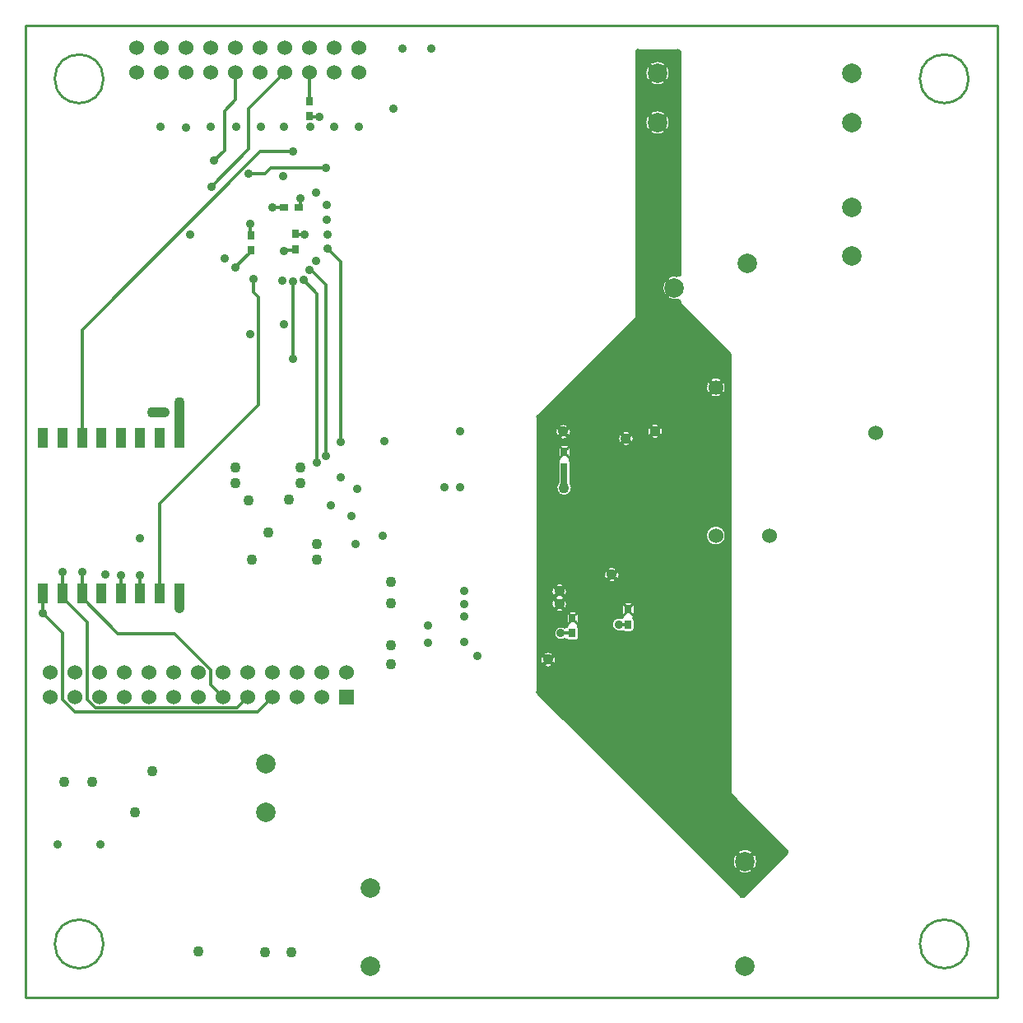
<source format=gbl>
*
*
G04 PADS 9.5 Build Number: 522968 generated Gerber (RS-274-X) file*
G04 PC Version=2.1*
*
%IN "opqbox2.pcb"*%
*
%MOIN*%
*
%FSLAX35Y35*%
*
*
*
*
G04 PC Standard Apertures*
*
*
G04 Thermal Relief Aperture macro.*
%AMTER*
1,1,$1,0,0*
1,0,$1-$2,0,0*
21,0,$3,$4,0,0,45*
21,0,$3,$4,0,0,135*
%
*
*
G04 Annular Aperture macro.*
%AMANN*
1,1,$1,0,0*
1,0,$2,0,0*
%
*
*
G04 Odd Aperture macro.*
%AMODD*
1,1,$1,0,0*
1,0,$1-0.005,0,0*
%
*
*
G04 PC Custom Aperture Macros*
*
*
*
*
*
*
G04 PC Aperture Table*
*
%ADD010C,0.001*%
%ADD013C,0.01*%
%ADD028C,0.06*%
%ADD033C,0.03937*%
%ADD047C,0.012*%
%ADD050C,0.04331*%
%ADD073R,0.038X0.03*%
%ADD083R,0.06X0.06*%
%ADD103C,0.015*%
%ADD105C,0.07874*%
%ADD106R,0.03937X0.07874*%
%ADD135R,0.03X0.038*%
%ADD151C,0.03543*%
%ADD176C,0.02756*%
*
*
*
*
G04 PC Circuitry*
G04 Layer Name opqbox2.pcb - circuitry*
%LPD*%
*
*
G04 PC Custom Flashes*
G04 Layer Name opqbox2.pcb - flashes*
%LPD*%
*
*
G04 PC Circuitry*
G04 Layer Name opqbox2.pcb - circuitry*
%LPD*%
*
G54D10*
G54D13*
G01X396376Y155118D02*
G75*
G03X396376I-5037J0D01*
G01X383628Y287047D02*
G03X383628I-4100J0D01*
G01Y347047D02*
G03X383628I-4100J0D01*
G01X360943Y454331D02*
G03X360943I-5037J0D01*
G01Y474331D02*
G03X360943I-5037J0D01*
G01X340667Y271260D02*
G03X340667I-3265J0D01*
G01X346376Y326378D02*
G03X346376I-3266J0D01*
G01X314880Y236811D02*
G03X314880I-3266J0D01*
G01X320982Y329134D02*
G03X320982I-3265J0D01*
G01X358187Y329331D02*
G03X358187I-3266J0D01*
G01X408388Y158702D02*
G03Y159409I-353J353D01*
G01X385327Y182470*
Y360117*
G03X385180Y360471I-500J0*
G01X364854Y380797*
Y382089*
G03X364214Y382568I-500J-0*
G01Y392235D02*
G03Y382568I-1419J-4833D01*
G01Y392235D02*
G03X364854Y392715I140J480D01*
G01Y483252*
G03X364354Y483752I-500J-0*
G01X347850*
G03X347350Y483252I0J-500*
G01Y375383*
X307339Y335372*
G03X307193Y335019I354J-353*
G01Y223643*
G03X307339Y223289I500J-0*
G01X389804Y140824*
G03X390511I353J354*
G01X408388Y158702*
X396376Y155118D02*
G03X396376I-5037J0D01*
G01X383628Y287047D02*
G03X383628I-4100J0D01*
G01Y347047D02*
G03X383628I-4100J0D01*
G01X360943Y454331D02*
G03X360943I-5037J0D01*
G01Y474331D02*
G03X360943I-5037J0D01*
G01X346498Y259134D02*
Y255334D01*
X346125Y254509D02*
G03X346498Y255334I-727J825D01*
G01X346125Y254509D02*
G03Y253759I331J-375D01*
G01X346498Y252934D02*
G03X346125Y253759I-1100J-0D01*
G01X346498Y252934D02*
Y249134D01*
X345398Y248034D02*
G03X346498Y249134I-0J1100D01*
G01X345398Y248034D02*
X342398D01*
X341717Y248270D02*
G03X342398Y248034I681J864D01*
G01X341717Y248270D02*
G03X341228Y248344I-309J-393D01*
G01X341085Y253755D02*
G03X341228Y248344I-888J-2731D01*
G01X341085Y253755D02*
G03X341601Y254575I154J475D01*
G01X341298Y255334D02*
G03X341601Y254575I1100J-0D01*
G01X341298Y255334D02*
Y259134D01*
X342398Y260234D02*
G03X341298Y259134I-0J-1100D01*
G01X342398Y260234D02*
X345398D01*
X346498Y259134D02*
G03X345398Y260234I-1100J-0D01*
G01X340667Y271260D02*
G03X340667I-3265J0D01*
G01X346376Y326378D02*
G03X346376I-3266J0D01*
G01X314880Y236811D02*
G03X314880I-3266J0D01*
G01X324057Y255591D02*
Y251791D01*
X323684Y250966D02*
G03X324057Y251791I-727J825D01*
G01X323684Y250966D02*
G03Y250216I331J-375D01*
G01X324057Y249391D02*
G03X323684Y250216I-1100J-0D01*
G01X324057Y249391D02*
Y245591D01*
X322957Y244491D02*
G03X324057Y245591I-0J1100D01*
G01X322957Y244491D02*
X319957D01*
X319054Y244962D02*
G03X319957Y244491I903J629D01*
G01X319054Y244962D02*
G03X318366Y245092I-410J-286D01*
G01X318358Y249874D02*
G03X318366Y245092I-1586J-2394D01*
G01X318358Y249874D02*
G03X319047Y250010I276J417D01*
G01X319229Y250216D02*
G03X319047Y250010I728J-825D01*
G01X319229Y250216D02*
G03Y250966I-331J375D01*
G01X318857Y251791D02*
G03X319229Y250966I1100J-0D01*
G01X318857Y251791D02*
Y255591D01*
X319024Y256174D02*
G03X318857Y255591I933J-583D01*
G01X319024Y256174D02*
G03X319100Y256421I-423J266D01*
X319345Y256505I-33J499*
G01X319957Y256691D02*
G03X319345Y256505I-0J-1100D01*
G01X319957Y256691D02*
X322957D01*
X324057Y255591D02*
G03X322957Y256691I-1100J-0D01*
G01X318472Y262279D02*
G03X313812I-2330J2288D01*
G01X318472D02*
G03Y261579I357J-350D01*
G01X318678Y257235D02*
G03X318472Y261579I-2536J2056D01*
G01X318678Y257235D02*
G03X318567Y256938I389J-315D01*
X318274Y256818I34J-498*
G01X313812Y261579D02*
G03X318274Y256818I2330J-2288D01*
G01X313812Y261579D02*
G03Y262279I-357J350D01*
G01X315528Y308298D02*
G03X320693I2582J-1999D01*
G01X315528D02*
G03X315632Y308603I-396J305D01*
G01Y312222*
G03X315594Y312413I-500J-0*
G01X315510Y312835D02*
G03X315594Y312413I1100J-0D01*
G01X315510Y312835D02*
Y316635D01*
X315883Y317460D02*
G03X315510Y316635I727J-825D01*
G01X315883Y317460D02*
G03Y318210I-331J375D01*
G01X315510Y319035D02*
G03X315883Y318210I1100J-0D01*
G01X315510Y319035D02*
Y322835D01*
X316610Y323935D02*
G03X315510Y322835I0J-1100D01*
G01X316610Y323935D02*
X319610D01*
X320710Y322835D02*
G03X319610Y323935I-1100J-0D01*
G01X320710Y322835D02*
Y319035D01*
X320338Y318210D02*
G03X320710Y319035I-728J825D01*
G01X320338Y318210D02*
G03Y317460I331J-375D01*
G01X320710Y316635D02*
G03X320338Y317460I-1100J-0D01*
G01X320710Y316635D02*
Y312835D01*
X320626Y312413D02*
G03X320710Y312835I-1016J422D01*
G01X320626Y312413D02*
G03X320588Y312222I462J-191D01*
G01Y308603*
G03X320693Y308298I500J0*
G01X320982Y329134D02*
G03X320982I-3265J0D01*
G01X358187Y329331D02*
G03X358187I-3266J0D01*
G01X394903Y158677D02*
X408363D01*
X393682Y159577D02*
X408220D01*
X395617Y157777D02*
X407463D01*
X370152Y160477D02*
X407320D01*
X396059Y156877D02*
X406563D01*
X369252Y161377D02*
X406420D01*
X396302Y155977D02*
X405663D01*
X368352Y162277D02*
X405520D01*
X396375Y155077D02*
X404763D01*
X367452Y163177D02*
X404620D01*
X396287Y154177D02*
X403863D01*
X366552Y164077D02*
X403720D01*
X396027Y153277D02*
X402963D01*
X365652Y164977D02*
X402820D01*
X395564Y152377D02*
X402063D01*
X364752Y165877D02*
X401920D01*
X394819Y151477D02*
X401163D01*
X363852Y166777D02*
X401020D01*
X393517Y150577D02*
X400263D01*
X362952Y167677D02*
X400120D01*
X380952Y149677D02*
X399363D01*
X362052Y168577D02*
X399220D01*
X381852Y148777D02*
X398463D01*
X361152Y169477D02*
X398320D01*
X382752Y147877D02*
X397563D01*
X360252Y170377D02*
X397420D01*
X383652Y146977D02*
X396663D01*
X359352Y171277D02*
X396520D01*
X384552Y146077D02*
X395763D01*
X358452Y172177D02*
X395620D01*
X385452Y145177D02*
X394863D01*
X357552Y173077D02*
X394720D01*
X386352Y144277D02*
X393963D01*
X356652Y173977D02*
X393820D01*
X387252Y143377D02*
X393063D01*
X355752Y174877D02*
X392920D01*
X388152Y142477D02*
X392163D01*
X354852Y175777D02*
X392020D01*
X389052Y141577D02*
X391263D01*
X353952Y176677D02*
X391120D01*
X353052Y177577D02*
X390220D01*
X352152Y178477D02*
X389320D01*
X380052Y150577D02*
X389160D01*
X371052Y159577D02*
X388995D01*
X351252Y179377D02*
X388420D01*
X379152Y151477D02*
X387858D01*
X371952Y158677D02*
X387774D01*
X350352Y180277D02*
X387520D01*
X378252Y152377D02*
X387113D01*
X372852Y157777D02*
X387060D01*
X377352Y153277D02*
X386650D01*
X349452Y181177D02*
X386620D01*
X373752Y156877D02*
X386619D01*
X376452Y154177D02*
X386390D01*
X374652Y155977D02*
X386375D01*
X375552Y155077D02*
X386302D01*
X348552Y182077D02*
X385720D01*
X331344Y359377D02*
X385327D01*
X330444Y358477D02*
X385327D01*
X329544Y357577D02*
X385327D01*
X328644Y356677D02*
X385327D01*
X327744Y355777D02*
X385327D01*
X326844Y354877D02*
X385327D01*
X325944Y353977D02*
X385327D01*
X325044Y353077D02*
X385327D01*
X324144Y352177D02*
X385327D01*
X323244Y351277D02*
X385327D01*
X381920Y350377D02*
X385327D01*
X382830Y349477D02*
X385327D01*
X383332Y348577D02*
X385327D01*
X383579Y347677D02*
X385327D01*
X383619Y346777D02*
X385327D01*
X383457Y345877D02*
X385327D01*
X383066Y344977D02*
X385327D01*
X382353Y344077D02*
X385327D01*
X380880Y343177D02*
X385327D01*
X314244Y342277D02*
X385327D01*
X313344Y341377D02*
X385327D01*
X312444Y340477D02*
X385327D01*
X311544Y339577D02*
X385327D01*
X310644Y338677D02*
X385327D01*
X309744Y337777D02*
X385327D01*
X308844Y336877D02*
X385327D01*
X307944Y335977D02*
X385327D01*
X307196Y335077D02*
X385327D01*
X307193Y334177D02*
X385327D01*
X307193Y333277D02*
X385327D01*
X356098Y332377D02*
X385327D01*
X357382Y331477D02*
X385327D01*
X357940Y330577D02*
X385327D01*
X358168Y329677D02*
X385327D01*
X358139Y328777D02*
X385327D01*
X357845Y327877D02*
X385327D01*
X357184Y326977D02*
X385327D01*
X355193Y326077D02*
X385327D01*
X346147Y325177D02*
X385327D01*
X345610Y324277D02*
X385327D01*
X344397Y323377D02*
X385327D01*
X320710Y322477D02*
X385327D01*
X320710Y321577D02*
X385327D01*
X320710Y320677D02*
X385327D01*
X320710Y319777D02*
X385327D01*
X320699Y318877D02*
X385327D01*
X320189Y317977D02*
X385327D01*
X320618Y317077D02*
X385327D01*
X320710Y316177D02*
X385327D01*
X320710Y315277D02*
X385327D01*
X320710Y314377D02*
X385327D01*
X320710Y313477D02*
X385327D01*
X320680Y312577D02*
X385327D01*
X320588Y311677D02*
X385327D01*
X320588Y310777D02*
X385327D01*
X320588Y309877D02*
X385327D01*
X320588Y308977D02*
X385327D01*
X320849Y308077D02*
X385327D01*
X321256Y307177D02*
X385327D01*
X321376Y306277D02*
X385327D01*
X321243Y305377D02*
X385327D01*
X320820Y304477D02*
X385327D01*
X319913Y303577D02*
X385327D01*
X307193Y302677D02*
X385327D01*
X307193Y301777D02*
X385327D01*
X307193Y300877D02*
X385327D01*
X307193Y299977D02*
X385327D01*
X307193Y299077D02*
X385327D01*
X307193Y298177D02*
X385327D01*
X307193Y297277D02*
X385327D01*
X307193Y296377D02*
X385327D01*
X307193Y295477D02*
X385327D01*
X307193Y294577D02*
X385327D01*
X307193Y293677D02*
X385327D01*
X307193Y292777D02*
X385327D01*
X307193Y291877D02*
X385327D01*
X380698Y290977D02*
X385327D01*
X382290Y290077D02*
X385327D01*
X383031Y289177D02*
X385327D01*
X383439Y288277D02*
X385327D01*
X383614Y287377D02*
X385327D01*
X383588Y286477D02*
X385327D01*
X383355Y285577D02*
X385327D01*
X382873Y284677D02*
X385327D01*
X382000Y283777D02*
X385327D01*
X307193Y282877D02*
X385327D01*
X307193Y281977D02*
X385327D01*
X307193Y281077D02*
X385327D01*
X307193Y280177D02*
X385327D01*
X307193Y279277D02*
X385327D01*
X307193Y278377D02*
X385327D01*
X307193Y277477D02*
X385327D01*
X307193Y276577D02*
X385327D01*
X307193Y275677D02*
X385327D01*
X307193Y274777D02*
X385327D01*
X339355Y273877D02*
X385327D01*
X340179Y272977D02*
X385327D01*
X340563Y272077D02*
X385327D01*
X340666Y271177D02*
X385327D01*
X340515Y270277D02*
X385327D01*
X340069Y269377D02*
X385327D01*
X339109Y268477D02*
X385327D01*
X317408Y267577D02*
X385327D01*
X318634Y266677D02*
X385327D01*
X319175Y265777D02*
X385327D01*
X319392Y264877D02*
X385327D01*
X319353Y263977D02*
X385327D01*
X319047Y263077D02*
X385327D01*
X318394Y262177D02*
X385327D01*
X318734Y261277D02*
X385327D01*
X319221Y260377D02*
X385327D01*
X346443Y259477D02*
X385327D01*
X346498Y258577D02*
X385327D01*
X346498Y257677D02*
X385327D01*
X346498Y256777D02*
X385327D01*
X346498Y255877D02*
X385327D01*
X346438Y254977D02*
X385327D01*
X345959Y254077D02*
X385327D01*
X346471Y253177D02*
X385327D01*
X346498Y252277D02*
X385327D01*
X346498Y251377D02*
X385327D01*
X346498Y250477D02*
X385327D01*
X346498Y249577D02*
X385327D01*
X346398Y248677D02*
X385327D01*
X324057Y247777D02*
X385327D01*
X324057Y246877D02*
X385327D01*
X324057Y245977D02*
X385327D01*
X323929Y245077D02*
X385327D01*
X307193Y244177D02*
X385327D01*
X307193Y243277D02*
X385327D01*
X307193Y242377D02*
X385327D01*
X307193Y241477D02*
X385327D01*
X307193Y240577D02*
X385327D01*
X313180Y239677D02*
X385327D01*
X314222Y238777D02*
X385327D01*
X314701Y237877D02*
X385327D01*
X314875Y236977D02*
X385327D01*
X314796Y236077D02*
X385327D01*
X314441Y235177D02*
X385327D01*
X313673Y234277D02*
X385327D01*
X307193Y233377D02*
X385327D01*
X307193Y232477D02*
X385327D01*
X307193Y231577D02*
X385327D01*
X307193Y230677D02*
X385327D01*
X307193Y229777D02*
X385327D01*
X307193Y228877D02*
X385327D01*
X307193Y227977D02*
X385327D01*
X307193Y227077D02*
X385327D01*
X307193Y226177D02*
X385327D01*
X307193Y225277D02*
X385327D01*
X307193Y224377D02*
X385327D01*
X307221Y223477D02*
X385327D01*
X308052Y222577D02*
X385327D01*
X308952Y221677D02*
X385327D01*
X309852Y220777D02*
X385327D01*
X310752Y219877D02*
X385327D01*
X311652Y218977D02*
X385327D01*
X312552Y218077D02*
X385327D01*
X313452Y217177D02*
X385327D01*
X314352Y216277D02*
X385327D01*
X315252Y215377D02*
X385327D01*
X316152Y214477D02*
X385327D01*
X317052Y213577D02*
X385327D01*
X317952Y212677D02*
X385327D01*
X318852Y211777D02*
X385327D01*
X319752Y210877D02*
X385327D01*
X320652Y209977D02*
X385327D01*
X321552Y209077D02*
X385327D01*
X322452Y208177D02*
X385327D01*
X323352Y207277D02*
X385327D01*
X324252Y206377D02*
X385327D01*
X325152Y205477D02*
X385327D01*
X326052Y204577D02*
X385327D01*
X326952Y203677D02*
X385327D01*
X327852Y202777D02*
X385327D01*
X328752Y201877D02*
X385327D01*
X329652Y200977D02*
X385327D01*
X330552Y200077D02*
X385327D01*
X331452Y199177D02*
X385327D01*
X332352Y198277D02*
X385327D01*
X333252Y197377D02*
X385327D01*
X334152Y196477D02*
X385327D01*
X335052Y195577D02*
X385327D01*
X335952Y194677D02*
X385327D01*
X336852Y193777D02*
X385327D01*
X337752Y192877D02*
X385327D01*
X338652Y191977D02*
X385327D01*
X339552Y191077D02*
X385327D01*
X340452Y190177D02*
X385327D01*
X341352Y189277D02*
X385327D01*
X342252Y188377D02*
X385327D01*
X343152Y187477D02*
X385327D01*
X344052Y186577D02*
X385327D01*
X344952Y185677D02*
X385327D01*
X345852Y184777D02*
X385327D01*
X346752Y183877D02*
X385327D01*
X347652Y182977D02*
X385327D01*
X332244Y360277D02*
X385301D01*
X333144Y361177D02*
X384474D01*
X334044Y362077D02*
X383574D01*
X334944Y362977D02*
X382674D01*
X335844Y363877D02*
X381774D01*
X336744Y364777D02*
X380874D01*
X337644Y365677D02*
X379974D01*
X338544Y366577D02*
X379074D01*
X307193Y290977D02*
X378357D01*
X315144Y343177D02*
X378175D01*
X339444Y367477D02*
X378174D01*
X340344Y368377D02*
X377274D01*
X322344Y350377D02*
X377135D01*
X307193Y283777D02*
X377055D01*
X307193Y290077D02*
X376765D01*
X316044Y344077D02*
X376702D01*
X341244Y369277D02*
X376374D01*
X321444Y349477D02*
X376225D01*
X307193Y284677D02*
X376182D01*
X307193Y289177D02*
X376024D01*
X316944Y344977D02*
X375989D01*
X320544Y348577D02*
X375723D01*
X307193Y285577D02*
X375700D01*
X307193Y288277D02*
X375616D01*
X317844Y345877D02*
X375598D01*
X319644Y347677D02*
X375476D01*
X342144Y370177D02*
X375474D01*
X307193Y286477D02*
X375467D01*
X307193Y287377D02*
X375441D01*
X318744Y346777D02*
X375436D01*
X343044Y371077D02*
X374574D01*
X343944Y371977D02*
X373674D01*
X344844Y372877D02*
X372774D01*
X345744Y373777D02*
X371874D01*
X346644Y374677D02*
X370974D01*
X347350Y375577D02*
X370074D01*
X347350Y376477D02*
X369174D01*
X347350Y377377D02*
X368274D01*
X347350Y378277D02*
X367374D01*
X347350Y379177D02*
X366474D01*
X347350Y380077D02*
X365574D01*
X347350Y482677D02*
X364854D01*
X347350Y481777D02*
X364854D01*
X347350Y480877D02*
X364854D01*
X347350Y479977D02*
X364854D01*
X357593Y479077D02*
X364854D01*
X359158Y478177D02*
X364854D01*
X359991Y477277D02*
X364854D01*
X360508Y476377D02*
X364854D01*
X360810Y475477D02*
X364854D01*
X360937Y474577D02*
X364854D01*
X360900Y473677D02*
X364854D01*
X360697Y472777D02*
X364854D01*
X360304Y471877D02*
X364854D01*
X359663Y470977D02*
X364854D01*
X358603Y470077D02*
X364854D01*
X347350Y469177D02*
X364854D01*
X347350Y468277D02*
X364854D01*
X347350Y467377D02*
X364854D01*
X347350Y466477D02*
X364854D01*
X347350Y465577D02*
X364854D01*
X347350Y464677D02*
X364854D01*
X347350Y463777D02*
X364854D01*
X347350Y462877D02*
X364854D01*
X347350Y461977D02*
X364854D01*
X347350Y461077D02*
X364854D01*
X347350Y460177D02*
X364854D01*
X356859Y459277D02*
X364854D01*
X358906Y458377D02*
X364854D01*
X359839Y457477D02*
X364854D01*
X360414Y456577D02*
X364854D01*
X360759Y455677D02*
X364854D01*
X360923Y454777D02*
X364854D01*
X360922Y453877D02*
X364854D01*
X360757Y452977D02*
X364854D01*
X360410Y452077D02*
X364854D01*
X359833Y451177D02*
X364854D01*
X358895Y450277D02*
X364854D01*
X356816Y449377D02*
X364854D01*
X347350Y448477D02*
X364854D01*
X347350Y447577D02*
X364854D01*
X347350Y446677D02*
X364854D01*
X347350Y445777D02*
X364854D01*
X347350Y444877D02*
X364854D01*
X347350Y443977D02*
X364854D01*
X347350Y443077D02*
X364854D01*
X347350Y442177D02*
X364854D01*
X347350Y441277D02*
X364854D01*
X347350Y440377D02*
X364854D01*
X347350Y439477D02*
X364854D01*
X347350Y438577D02*
X364854D01*
X347350Y437677D02*
X364854D01*
X347350Y436777D02*
X364854D01*
X347350Y435877D02*
X364854D01*
X347350Y434977D02*
X364854D01*
X347350Y434077D02*
X364854D01*
X347350Y433177D02*
X364854D01*
X347350Y432277D02*
X364854D01*
X347350Y431377D02*
X364854D01*
X347350Y430477D02*
X364854D01*
X347350Y429577D02*
X364854D01*
X347350Y428677D02*
X364854D01*
X347350Y427777D02*
X364854D01*
X347350Y426877D02*
X364854D01*
X347350Y425977D02*
X364854D01*
X347350Y425077D02*
X364854D01*
X347350Y424177D02*
X364854D01*
X347350Y423277D02*
X364854D01*
X347350Y422377D02*
X364854D01*
X347350Y421477D02*
X364854D01*
X347350Y420577D02*
X364854D01*
X347350Y419677D02*
X364854D01*
X347350Y418777D02*
X364854D01*
X347350Y417877D02*
X364854D01*
X347350Y416977D02*
X364854D01*
X347350Y416077D02*
X364854D01*
X347350Y415177D02*
X364854D01*
X347350Y414277D02*
X364854D01*
X347350Y413377D02*
X364854D01*
X347350Y412477D02*
X364854D01*
X347350Y411577D02*
X364854D01*
X347350Y410677D02*
X364854D01*
X347350Y409777D02*
X364854D01*
X347350Y408877D02*
X364854D01*
X347350Y407977D02*
X364854D01*
X347350Y407077D02*
X364854D01*
X347350Y406177D02*
X364854D01*
X347350Y405277D02*
X364854D01*
X347350Y404377D02*
X364854D01*
X347350Y403477D02*
X364854D01*
X347350Y402577D02*
X364854D01*
X347350Y401677D02*
X364854D01*
X347350Y400777D02*
X364854D01*
X347350Y399877D02*
X364854D01*
X347350Y398977D02*
X364854D01*
X347350Y398077D02*
X364854D01*
X347350Y397177D02*
X364854D01*
X347350Y396277D02*
X364854D01*
X347350Y395377D02*
X364854D01*
X347350Y394477D02*
X364854D01*
X347350Y393577D02*
X364854D01*
X347350Y381877D02*
X364854D01*
X347350Y380977D02*
X364854D01*
X347350Y392677D02*
X364853D01*
X347470Y483577D02*
X364735D01*
X347350Y382777D02*
X360800D01*
X347350Y391777D02*
X360299D01*
X347350Y383677D02*
X359405D01*
X347350Y390877D02*
X359149D01*
X347350Y384577D02*
X358625D01*
X347350Y389977D02*
X358466D01*
X347350Y385477D02*
X358141D01*
X347350Y389077D02*
X358045D01*
X347350Y386377D02*
X357864D01*
X347350Y388177D02*
X357818D01*
X347350Y387277D02*
X357760D01*
X347350Y449377D02*
X354995D01*
X347350Y459277D02*
X354952D01*
X346362Y326077D02*
X354649D01*
X347350Y479077D02*
X354218D01*
X318100Y332377D02*
X353745D01*
X347350Y470077D02*
X353208D01*
X347350Y450277D02*
X352916D01*
X347350Y458377D02*
X352905D01*
X346320Y326977D02*
X352658D01*
X347350Y478177D02*
X352653D01*
X319991Y331477D02*
X352460D01*
X347350Y470977D02*
X352148D01*
X346011Y327877D02*
X351997D01*
X347350Y451177D02*
X351978D01*
X347350Y457477D02*
X351972D01*
X320646Y330577D02*
X351903D01*
X347350Y477277D02*
X351820D01*
X345326Y328777D02*
X351703D01*
X320936Y329677D02*
X351674D01*
X347350Y471877D02*
X351507D01*
X347350Y452077D02*
X351401D01*
X347350Y456577D02*
X351397D01*
X347350Y476377D02*
X351303D01*
X347350Y472777D02*
X351114D01*
X347350Y452977D02*
X351054D01*
X347350Y455677D02*
X351052D01*
X347350Y475477D02*
X351001D01*
X347350Y473677D02*
X350911D01*
X347350Y453877D02*
X350889D01*
X347350Y454777D02*
X350888D01*
X347350Y474577D02*
X350874D01*
X320567Y323377D02*
X341824D01*
X324057Y254077D02*
X341715D01*
X324057Y254977D02*
X341357D01*
X319402Y259477D02*
X341352D01*
X319328Y258577D02*
X341298D01*
X318980Y257677D02*
X341298D01*
X318225Y256777D02*
X341298D01*
X324019Y255877D02*
X341298D01*
X320962Y328777D02*
X340895D01*
X307193Y324277D02*
X340611D01*
X320730Y327877D02*
X340209D01*
X307193Y325177D02*
X340074D01*
X320168Y326977D02*
X339900D01*
X318864Y326077D02*
X339859D01*
X324057Y248677D02*
X338542D01*
X324057Y253177D02*
X338297D01*
X324041Y249577D02*
X337716D01*
X324057Y252277D02*
X337613D01*
X323528Y250477D02*
X337378D01*
X323976Y251377D02*
X337347D01*
X307193Y268477D02*
X335694D01*
X307193Y273877D02*
X335448D01*
X307193Y269377D02*
X334734D01*
X307193Y272977D02*
X334624D01*
X307193Y270277D02*
X334288D01*
X307193Y272077D02*
X334240D01*
X307193Y271177D02*
X334137D01*
X307193Y250477D02*
X319385D01*
X318343Y245077D02*
X318943D01*
X307193Y251377D02*
X318937D01*
X307193Y255877D02*
X318895D01*
X307193Y254977D02*
X318857D01*
X307193Y254077D02*
X318857D01*
X307193Y253177D02*
X318857D01*
X307193Y252277D02*
X318857D01*
X307193Y332377D02*
X317333D01*
X307193Y326077D02*
X316569D01*
X307193Y303577D02*
X316307D01*
X307193Y317977D02*
X316031D01*
X307193Y323377D02*
X315653D01*
X307193Y311677D02*
X315632D01*
X307193Y310777D02*
X315632D01*
X307193Y309877D02*
X315632D01*
X307193Y308977D02*
X315632D01*
X307193Y317077D02*
X315603D01*
X307193Y312577D02*
X315541D01*
X307193Y318877D02*
X315522D01*
X307193Y322477D02*
X315510D01*
X307193Y321577D02*
X315510D01*
X307193Y320677D02*
X315510D01*
X307193Y319777D02*
X315510D01*
X307193Y316177D02*
X315510D01*
X307193Y315277D02*
X315510D01*
X307193Y314377D02*
X315510D01*
X307193Y313477D02*
X315510D01*
X307193Y331477D02*
X315442D01*
X307193Y304477D02*
X315401D01*
X307193Y308077D02*
X315371D01*
X307193Y326977D02*
X315265D01*
X307193Y245077D02*
X315200D01*
X307193Y305377D02*
X314978D01*
X307193Y307177D02*
X314965D01*
X307193Y267577D02*
X314875D01*
X307193Y306277D02*
X314845D01*
X307193Y249577D02*
X314809D01*
X307193Y330577D02*
X314787D01*
X307193Y327877D02*
X314703D01*
X307193Y329677D02*
X314497D01*
X307193Y328777D02*
X314471D01*
X307193Y245977D02*
X314325D01*
X307193Y248677D02*
X314161D01*
X307193Y256777D02*
X314059D01*
X307193Y246877D02*
X313964D01*
X307193Y247777D02*
X313915D01*
X307193Y262177D02*
X313889D01*
X307193Y266677D02*
X313649D01*
X307193Y261277D02*
X313549D01*
X307193Y257677D02*
X313304D01*
X307193Y263077D02*
X313236D01*
X307193Y265777D02*
X313109D01*
X307193Y260377D02*
X313062D01*
X307193Y258577D02*
X312956D01*
X307193Y263977D02*
X312930D01*
X307193Y264877D02*
X312891D01*
X307193Y259477D02*
X312882D01*
X307193Y239677D02*
X310049D01*
X307193Y234277D02*
X309555D01*
X307193Y238777D02*
X309007D01*
X307193Y235177D02*
X308787D01*
X307193Y237877D02*
X308528D01*
X307193Y236077D02*
X308432D01*
X307193Y236977D02*
X308353D01*
X346175Y259912D02*
X344958Y258695D01*
X341620Y259912D02*
X342837Y258695D01*
X341620Y254556D02*
X342837Y255773D01*
X346175Y254556D02*
X344958Y255773D01*
X319179Y251013D02*
X320396Y252230D01*
X323735Y251013D02*
X322517Y252230D01*
X323735Y256368D02*
X322517Y255151D01*
X319179Y256368D02*
X320396Y255151D01*
X315832Y318257D02*
X317050Y319474D01*
X320388Y318257D02*
X319171Y319474D01*
X320388Y323612D02*
X319171Y322395D01*
X315832Y323612D02*
X317050Y322395D01*
X100000Y100000D02*
Y493701D01*
X493701*
Y100000*
X100000*
X481890Y121654D02*
G03X481890I-9843J0D01*
G01X131496Y472047D02*
G03X131496I-9842J0D01*
G01X481890D02*
G03X481890I-9843J0D01*
G01X131496Y121654D02*
G03X131496I-9842J0D01*
G54D28*
G01X229921Y231614D03*
X219921D03*
Y221614D03*
X209921Y231614D03*
Y221614D03*
X199921Y231614D03*
Y221614D03*
X189921Y231614D03*
Y221614D03*
X179921Y231614D03*
Y221614D03*
X169921Y231614D03*
Y221614D03*
X159921Y231614D03*
Y221614D03*
X149921Y231614D03*
Y221614D03*
X139921Y231614D03*
Y221614D03*
X129921Y231614D03*
Y221614D03*
X119921Y231614D03*
Y221614D03*
X109921Y231614D03*
Y221614D03*
X145000Y474606D03*
Y484606D03*
X155000Y474606D03*
Y484606D03*
X165000Y474606D03*
Y484606D03*
X175000Y474606D03*
Y484606D03*
X185000Y474606D03*
Y484606D03*
X195000Y474606D03*
Y484606D03*
X205000Y474606D03*
Y484606D03*
X215000Y474606D03*
Y484606D03*
X225000Y474606D03*
Y484606D03*
X235000Y474606D03*
Y484606D03*
X401181Y287008D03*
X444341Y328687D03*
X379528Y347047D03*
Y287047D03*
G54D33*
X162205Y257638D02*
Y263780D01*
Y326772D02*
X162352D01*
Y336890*
Y341024*
X162323*
X156152Y336890D02*
X151457D01*
Y336929*
G54D47*
X199921Y221614D02*
X193898Y215591D01*
X120005*
X114921Y220674*
Y247480*
X106890Y255512*
X189921Y221614D02*
X185709Y217402D01*
X128194*
X124921Y220674*
Y251850*
X114961Y261811*
Y263780*
X106890Y255512D02*
Y263780D01*
X107087*
X114961D02*
Y272441D01*
X122835Y263780D02*
Y272441D01*
X138583Y263780D02*
Y270866D01*
X146457Y263780D02*
Y270866D01*
X154331Y263780D02*
Y299961D01*
X194331Y339961*
Y369709*
X179921Y221614D02*
X174921Y226614D01*
Y232554*
X160231Y247244*
X137402*
X122835Y261811*
Y263780*
X340197Y251024D02*
X343898D01*
Y251034*
X316772Y247480D02*
X321457D01*
Y247491*
X122835Y326772D02*
Y370384D01*
X194971Y442520*
X208268*
X194331Y369709D02*
Y383765D01*
X192323Y385773*
Y391063*
X218110Y316693D02*
Y385039D01*
X212598Y390551*
X208268Y358661D02*
Y390354D01*
X227559Y325079D02*
Y398031D01*
X222441Y403150*
X221772Y319252D02*
Y388465D01*
X215276Y394961*
X218937Y456772D02*
X218898Y456693D01*
X215000*
Y456900*
X204134Y402615D02*
X209252D01*
Y403002*
X211417Y423701D02*
X211654D01*
Y423740*
X191192Y402530D02*
X191142D01*
X184753Y395641D02*
X191192Y402080D01*
Y402530*
X175197Y428346D02*
X190354Y443504D01*
Y459961*
X205000Y474606*
X176378Y438976D02*
X180472Y443071D01*
Y458938*
X185000Y463466*
Y474606*
X184803Y395591D02*
X184753Y395641D01*
X213031Y408976D02*
X209252D01*
Y409202*
X190315Y433661D02*
X197081D01*
X199247Y435827*
X221654*
X215079Y394764D02*
X215276Y394961D01*
X208150Y390039D02*
X208189Y390354D01*
X208268*
X204606Y402165D02*
X204134Y402283D01*
Y402615*
X191142Y408730D02*
X191063D01*
Y413425*
X204577Y419803D02*
Y419843D01*
X200000*
X210777Y419803D02*
X211249D01*
Y423740*
X211654*
X215000Y463100D02*
Y474606D01*
G54D50*
X207717Y118150D03*
X196969Y118228D03*
X169882Y118701D03*
X127008Y187323D03*
X115787Y187362D03*
X151181Y191535D03*
X144291Y174803D03*
X198425Y288189D03*
X191732Y277165D03*
X218110D03*
Y283465D03*
X248071Y242598D03*
Y234843D03*
X248110Y259488D03*
X248071Y268307D03*
X316142Y259291D03*
X311614Y236811D03*
X316142Y264567D03*
X337402Y271260D03*
X162323Y341024D03*
X185039Y308268D03*
Y314567D03*
X190157Y301181D03*
X151457Y336929D03*
X211417Y314567D03*
Y308268D03*
X206693Y301575D03*
X318110Y306299D03*
X317717Y329134D03*
X343110Y326378D03*
X354921Y329331D03*
G54D73*
X210777Y419803D03*
X204577D03*
X156152Y336890D03*
X162352D03*
G54D83*
X229921Y221614D03*
G54D103*
X387777Y151556D02*
X388555Y152334D01*
X394900Y151556D02*
X394122Y152334D01*
X394900Y158680D02*
X394122Y157902D01*
X387777Y158680D02*
X388555Y157902D01*
X352344Y457892D02*
X353122Y457115D01*
X352344Y450769D02*
X353122Y451547D01*
X359467Y450769D02*
X358689Y451547D01*
X359467Y457892D02*
X358689Y457115D01*
X382427Y344148D02*
X381649Y344926D01*
X382427Y349946D02*
X381649Y349169D01*
X376628Y349946D02*
X377406Y349169D01*
X376628Y344148D02*
X377406Y344926D01*
X352344Y477892D02*
X353122Y477115D01*
X352344Y470769D02*
X353122Y471547D01*
X359467Y470769D02*
X358689Y471547D01*
X359467Y477892D02*
X358689Y477115D01*
X359234Y390963D02*
X360011Y390185D01*
X359234Y383840D02*
X360011Y384618D01*
X320025Y331443D02*
X319248Y330665D01*
X315408Y331443D02*
X316185Y330665D01*
X315408Y326825D02*
X316185Y327603D01*
X320025Y326825D02*
X319248Y327603D01*
X318451Y266876D02*
X317673Y266098D01*
X313833Y266876D02*
X314611Y266098D01*
X313833Y262258D02*
X314611Y263036D01*
X318451Y262258D02*
X317673Y263036D01*
X318451Y261600D02*
X317673Y260822D01*
X313833Y261600D02*
X314611Y260822D01*
X313833Y256982D02*
X314611Y257760D01*
X318451Y256982D02*
X317673Y257760D01*
X313923Y239120D02*
X313145Y238342D01*
X309305Y239120D02*
X310083Y238342D01*
X309305Y234502D02*
X310083Y235280D01*
X313923Y234502D02*
X313145Y235280D01*
X339711Y273569D02*
X338933Y272791D01*
X335093Y273569D02*
X335870Y272791D01*
X335093Y268951D02*
X335870Y269729D01*
X339711Y268951D02*
X338933Y269729D01*
X345419Y328687D02*
X344641Y327909D01*
X340801Y328687D02*
X341579Y327909D01*
X340801Y324069D02*
X341579Y324847D01*
X345419Y324069D02*
X344641Y324847D01*
X357230Y331640D02*
X356452Y330862D01*
X352612Y331640D02*
X353390Y330862D01*
X352612Y327022D02*
X353390Y327800D01*
X357230Y327022D02*
X356452Y327800D01*
G54D105*
X434646Y454331D03*
Y474331D03*
X362795Y387402D03*
X392323Y397244D03*
X355906Y454331D03*
Y474331D03*
X434646Y419882D03*
Y400197D03*
X391339Y112795D03*
Y155118D03*
X239764Y144291D03*
Y112795D03*
X197441Y174803D03*
Y194488D03*
G54D106*
X107087Y326772D03*
X114961D03*
X122835D03*
X130709D03*
X138583D03*
X146457D03*
X154331D03*
X162205D03*
Y263780D03*
X154331D03*
X146457D03*
X138583D03*
X130709D03*
X122835D03*
X114961D03*
X107087D03*
G54D135*
X191142Y402530D03*
Y408730D03*
X215000Y463100D03*
Y456900D03*
X209252Y409202D03*
Y403002D03*
X318110Y320935D03*
Y314735D03*
X321457Y253691D03*
Y247491D03*
X343898Y251034D03*
Y257234D03*
G54D151*
X130354Y161969D03*
X113031D03*
X138583Y270866D03*
X114961Y272441D03*
X106890Y255512D03*
X122835Y272441D03*
X132323Y271220D03*
X146457Y270866D03*
X146417Y285945D03*
X162205Y257638D03*
X244488Y287008D03*
X262992Y250787D03*
X277559Y244094D03*
X283071Y238346D03*
X233465Y283465D03*
X231890Y294882D03*
X277559Y254331D03*
Y259449D03*
Y264567D03*
X262992Y243701D03*
X223622Y299213D03*
X340197Y251024D03*
X316772Y247480D03*
X218110Y316693D03*
X208268Y358661D03*
X204764Y372677D03*
X191063Y368740D03*
X275984Y306693D03*
X227559Y310630D03*
Y325079D03*
X221772Y319252D03*
X234252Y305906D03*
X245276Y325197D03*
X275984Y329134D03*
X269685Y306693D03*
X175197Y428346D03*
X176378Y438976D03*
X203976Y390197D03*
X217638Y426063D03*
X184803Y395591D03*
X213031Y408976D03*
X211417Y423701D03*
X154724Y452756D03*
X164961Y452362D03*
X174803Y452756D03*
X185433D03*
X204724D03*
X218937Y456772D03*
X192323Y391063D03*
X190315Y433661D03*
X215079Y394764D03*
X212598Y390551D03*
X208150Y390039D03*
X208268Y442520D03*
X200000Y419843D03*
X217638Y398307D03*
X180669Y399173D03*
X204213Y432795D03*
X191063Y413425D03*
X204606Y402165D03*
X195276Y452756D03*
X215315Y452598D03*
X166535Y409055D03*
X221654Y435827D03*
X222441Y403150D03*
X222402Y408858D03*
X222087Y415000D03*
Y420906D03*
X224803Y452756D03*
X235039D03*
X248819Y459843D03*
X264173Y484252D03*
X252756D03*
G54D176*
X318110Y306299D02*
Y314735D01*
G74*
X0Y0D02*
M02*

</source>
